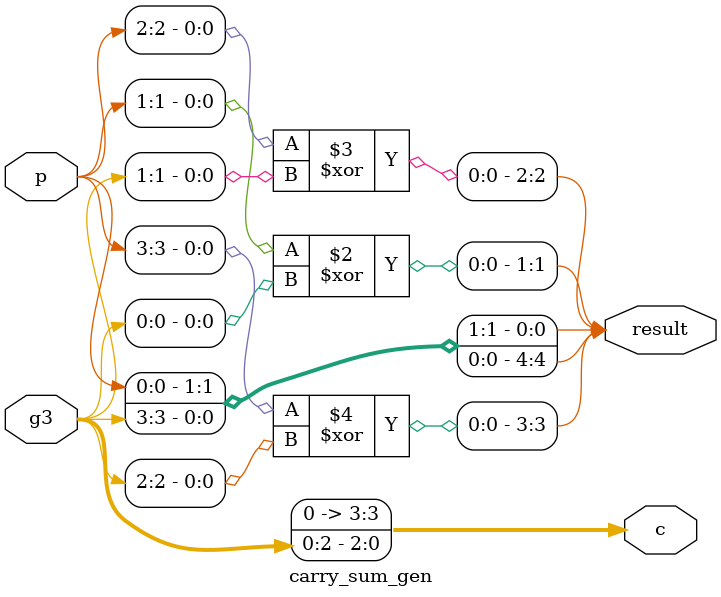
<source format=sv>
module reverse_add(
  input [0:3] vectorA,  //MSB first
  input [0:3] vectorB,
  output [0:4] result
);

  wire [0:3] g, p;
  wire [0:3] g1, p1;
  wire [0:3] g2, p2;
  wire [0:3] g3, p3;
  wire [0:3] c;

  // Generate and Propagate Module
  gp_generator gp_gen(
    .vectorA(vectorA),
    .vectorB(vectorB),
    .g(g),
    .p(p)
  );

  // First Level Prefix Module
  prefix_level1 level1(
    .g(g),
    .p(p),
    .g1(g1),
    .p1(p1)
  );

  // Second Level Prefix Module
  prefix_level2 level2(
    .g1(g1),
    .p1(p1),
    .g2(g2),
    .p2(p2)
  );

  // Third Level Prefix Module
  prefix_level3 level3(
    .g2(g2),
    .p2(p2),
    .g3(g3),
    .p3(p3)
  );

  // Carry and Sum Module
  carry_sum_gen cs_gen(
    .g3(g3),
    .p(p),
    .c(c),
    .result(result)
  );

endmodule

// Generate and Propagate Module
module gp_generator(
  input [0:3] vectorA,
  input [0:3] vectorB,
  output [0:3] g,
  output [0:3] p
);
  assign g = vectorA & vectorB;
  assign p = vectorA ^ vectorB;
endmodule

// First Level Prefix Module
module prefix_level1(
  input [0:3] g,
  input [0:3] p,
  output [0:3] g1,
  output [0:3] p1
);
  assign g1[0] = g[0];
  assign p1[0] = p[0];
  assign g1[1] = g[1] | (p[1] & g[0]);
  assign p1[1] = p[1] & p[0];
  assign g1[2] = g[2] | (p[2] & g[1]);
  assign p1[2] = p[2] & p[1];
  assign g1[3] = g[3] | (p[3] & g[2]);
  assign p1[3] = p[3] & p[2];
endmodule

// Second Level Prefix Module
module prefix_level2(
  input [0:3] g1,
  input [0:3] p1,
  output [0:3] g2,
  output [0:3] p2
);
  assign g2[0] = g1[0];
  assign p2[0] = p1[0];
  assign g2[1] = g1[1];
  assign p2[1] = p1[1];
  assign g2[2] = g1[2] | (p1[2] & g1[0]);
  assign p2[2] = p1[2] & p1[0];
  assign g2[3] = g1[3] | (p1[3] & g1[1]);
  assign p2[3] = p1[3] & p1[1];
endmodule

// Third Level Prefix Module
module prefix_level3(
  input [0:3] g2,
  input [0:3] p2,
  output [0:3] g3,
  output [0:3] p3
);
  assign g3[0] = g2[0];
  assign p3[0] = p2[0];
  assign g3[1] = g2[1];
  assign p3[1] = p2[1];
  assign g3[2] = g2[2];
  assign p3[2] = p2[2];
  assign g3[3] = g2[3] | (p2[3] & g2[2]);
  assign p3[3] = p2[3] & p2[2];
endmodule

// Carry and Sum Generation Module
module carry_sum_gen(
  input [0:3] g3,
  input [0:3] p,
  output [0:3] c,
  output [0:4] result
);
  assign c[0] = 1'b0;
  assign c[1] = g3[0];
  assign c[2] = g3[1];
  assign c[3] = g3[2];
  
  assign result[0] = p[0] ^ c[0];
  assign result[1] = p[1] ^ c[1];
  assign result[2] = p[2] ^ c[2];
  assign result[3] = p[3] ^ c[3];
  assign result[4] = g3[3];
endmodule
</source>
